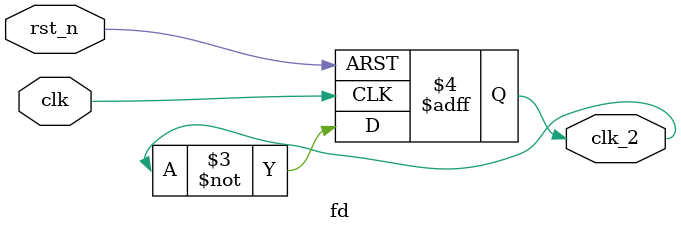
<source format=v>
module fd(  //frequency division
    clk    ,
    rst_n  ,
    clk_2
    );

    input               clk    ;
    input               rst_n  ;
	 
	 output reg 	    clk_2  ;

    always@(posedge clk or negedge rst_n)begin
        if(rst_n==1'b0)begin
            clk_2 <= 1'b0;
        end
        else begin
            clk_2 <= ~clk_2;
        end
    end

    endmodule


</source>
